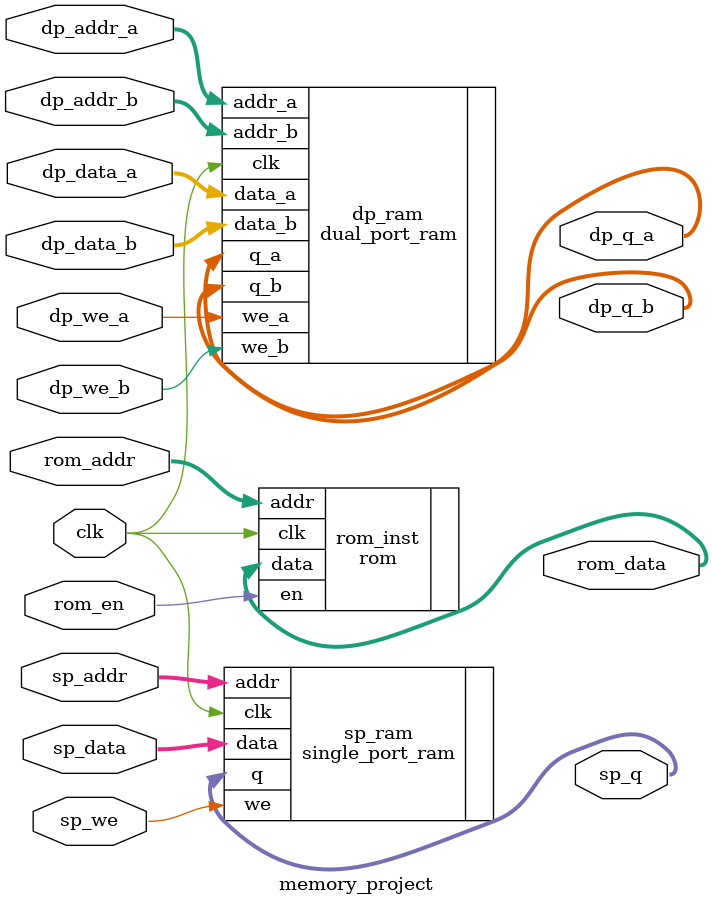
<source format=v>
module memory_project (
  input clk,
  input [7:0] sp_data, dp_data_a, dp_data_b,
  input [5:0] sp_addr, dp_addr_a, dp_addr_b,
  input sp_we, dp_we_a, dp_we_b,
  input rom_en,
  input [3:0] rom_addr,
  output [7:0] sp_q, dp_q_a, dp_q_b,
  output [3:0] rom_data
);

  single_port_ram #(.DATA_WIDTH(8), .ADDR_WIDTH(6)) sp_ram (
    .data(sp_data), .addr(sp_addr), .we(sp_we), .clk(clk), .q(sp_q)
  );

  dual_port_ram #(.DATA_WIDTH(8), .ADDR_WIDTH(6)) dp_ram (
    .data_a(dp_data_a), .data_b(dp_data_b), 
    .addr_a(dp_addr_a), .addr_b(dp_addr_b), 
    .we_a(dp_we_a), .we_b(dp_we_b), 
    .clk(clk), .q_a(dp_q_a), .q_b(dp_q_b)
  );

  rom #(.DATA_WIDTH(4), .ADDR_WIDTH(4)) rom_inst (
    .clk(clk), .en(rom_en), .addr(rom_addr), .data(rom_data)
  );

endmodule

</source>
